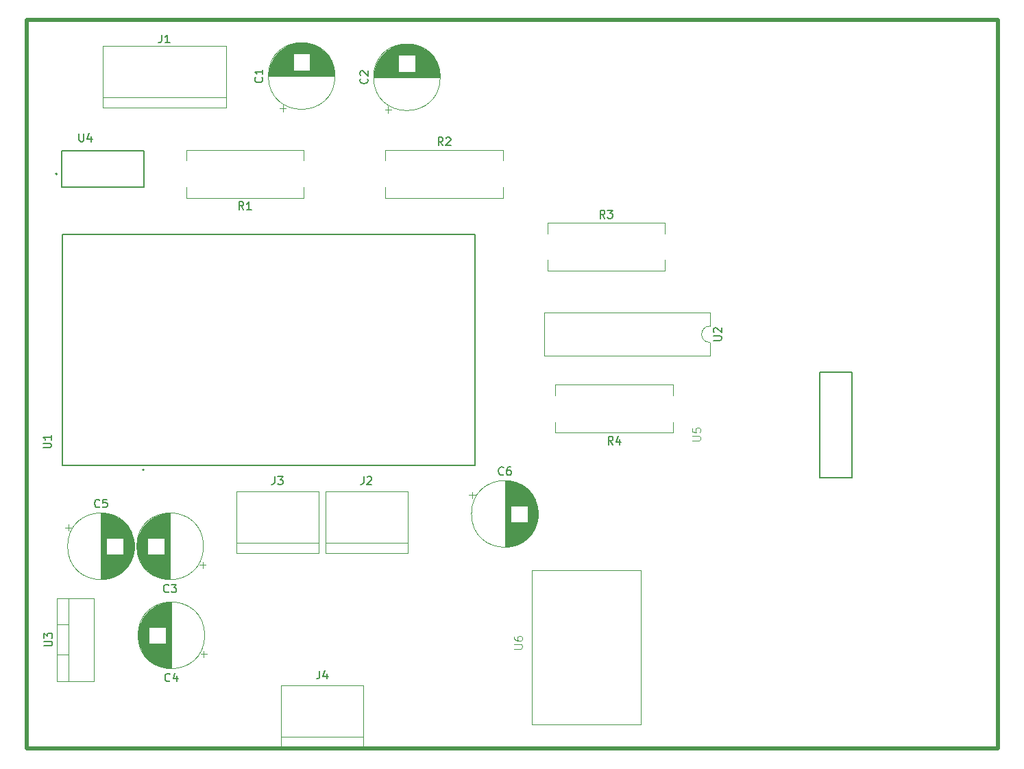
<source format=gbr>
%TF.GenerationSoftware,KiCad,Pcbnew,7.0.9*%
%TF.CreationDate,2023-12-22T15:14:44-03:00*%
%TF.ProjectId,Placa v0.1,506c6163-6120-4763-902e-312e6b696361,rev?*%
%TF.SameCoordinates,Original*%
%TF.FileFunction,Legend,Top*%
%TF.FilePolarity,Positive*%
%FSLAX46Y46*%
G04 Gerber Fmt 4.6, Leading zero omitted, Abs format (unit mm)*
G04 Created by KiCad (PCBNEW 7.0.9) date 2023-12-22 15:14:44*
%MOMM*%
%LPD*%
G01*
G04 APERTURE LIST*
%ADD10C,0.100000*%
%ADD11C,0.150000*%
%ADD12C,0.120000*%
%ADD13C,0.127000*%
%ADD14C,0.200000*%
%TA.AperFunction,Profile*%
%ADD15C,0.500000*%
%TD*%
G04 APERTURE END LIST*
D10*
X118257419Y-98661904D02*
X119066942Y-98661904D01*
X119066942Y-98661904D02*
X119162180Y-98614285D01*
X119162180Y-98614285D02*
X119209800Y-98566666D01*
X119209800Y-98566666D02*
X119257419Y-98471428D01*
X119257419Y-98471428D02*
X119257419Y-98280952D01*
X119257419Y-98280952D02*
X119209800Y-98185714D01*
X119209800Y-98185714D02*
X119162180Y-98138095D01*
X119162180Y-98138095D02*
X119066942Y-98090476D01*
X119066942Y-98090476D02*
X118257419Y-98090476D01*
X118257419Y-97185714D02*
X118257419Y-97376190D01*
X118257419Y-97376190D02*
X118305038Y-97471428D01*
X118305038Y-97471428D02*
X118352657Y-97519047D01*
X118352657Y-97519047D02*
X118495514Y-97614285D01*
X118495514Y-97614285D02*
X118685990Y-97661904D01*
X118685990Y-97661904D02*
X119066942Y-97661904D01*
X119066942Y-97661904D02*
X119162180Y-97614285D01*
X119162180Y-97614285D02*
X119209800Y-97566666D01*
X119209800Y-97566666D02*
X119257419Y-97471428D01*
X119257419Y-97471428D02*
X119257419Y-97280952D01*
X119257419Y-97280952D02*
X119209800Y-97185714D01*
X119209800Y-97185714D02*
X119162180Y-97138095D01*
X119162180Y-97138095D02*
X119066942Y-97090476D01*
X119066942Y-97090476D02*
X118828847Y-97090476D01*
X118828847Y-97090476D02*
X118733609Y-97138095D01*
X118733609Y-97138095D02*
X118685990Y-97185714D01*
X118685990Y-97185714D02*
X118638371Y-97280952D01*
X118638371Y-97280952D02*
X118638371Y-97471428D01*
X118638371Y-97471428D02*
X118685990Y-97566666D01*
X118685990Y-97566666D02*
X118733609Y-97614285D01*
X118733609Y-97614285D02*
X118828847Y-97661904D01*
D11*
X87109580Y-28069317D02*
X87157200Y-28116936D01*
X87157200Y-28116936D02*
X87204819Y-28259793D01*
X87204819Y-28259793D02*
X87204819Y-28355031D01*
X87204819Y-28355031D02*
X87157200Y-28497888D01*
X87157200Y-28497888D02*
X87061961Y-28593126D01*
X87061961Y-28593126D02*
X86966723Y-28640745D01*
X86966723Y-28640745D02*
X86776247Y-28688364D01*
X86776247Y-28688364D02*
X86633390Y-28688364D01*
X86633390Y-28688364D02*
X86442914Y-28640745D01*
X86442914Y-28640745D02*
X86347676Y-28593126D01*
X86347676Y-28593126D02*
X86252438Y-28497888D01*
X86252438Y-28497888D02*
X86204819Y-28355031D01*
X86204819Y-28355031D02*
X86204819Y-28259793D01*
X86204819Y-28259793D02*
X86252438Y-28116936D01*
X86252438Y-28116936D02*
X86300057Y-28069317D01*
X87204819Y-27116936D02*
X87204819Y-27688364D01*
X87204819Y-27402650D02*
X86204819Y-27402650D01*
X86204819Y-27402650D02*
X86347676Y-27497888D01*
X86347676Y-27497888D02*
X86442914Y-27593126D01*
X86442914Y-27593126D02*
X86490533Y-27688364D01*
X116930682Y-77109580D02*
X116883063Y-77157200D01*
X116883063Y-77157200D02*
X116740206Y-77204819D01*
X116740206Y-77204819D02*
X116644968Y-77204819D01*
X116644968Y-77204819D02*
X116502111Y-77157200D01*
X116502111Y-77157200D02*
X116406873Y-77061961D01*
X116406873Y-77061961D02*
X116359254Y-76966723D01*
X116359254Y-76966723D02*
X116311635Y-76776247D01*
X116311635Y-76776247D02*
X116311635Y-76633390D01*
X116311635Y-76633390D02*
X116359254Y-76442914D01*
X116359254Y-76442914D02*
X116406873Y-76347676D01*
X116406873Y-76347676D02*
X116502111Y-76252438D01*
X116502111Y-76252438D02*
X116644968Y-76204819D01*
X116644968Y-76204819D02*
X116740206Y-76204819D01*
X116740206Y-76204819D02*
X116883063Y-76252438D01*
X116883063Y-76252438D02*
X116930682Y-76300057D01*
X117787825Y-76204819D02*
X117597349Y-76204819D01*
X117597349Y-76204819D02*
X117502111Y-76252438D01*
X117502111Y-76252438D02*
X117454492Y-76300057D01*
X117454492Y-76300057D02*
X117359254Y-76442914D01*
X117359254Y-76442914D02*
X117311635Y-76633390D01*
X117311635Y-76633390D02*
X117311635Y-77014342D01*
X117311635Y-77014342D02*
X117359254Y-77109580D01*
X117359254Y-77109580D02*
X117406873Y-77157200D01*
X117406873Y-77157200D02*
X117502111Y-77204819D01*
X117502111Y-77204819D02*
X117692587Y-77204819D01*
X117692587Y-77204819D02*
X117787825Y-77157200D01*
X117787825Y-77157200D02*
X117835444Y-77109580D01*
X117835444Y-77109580D02*
X117883063Y-77014342D01*
X117883063Y-77014342D02*
X117883063Y-76776247D01*
X117883063Y-76776247D02*
X117835444Y-76681009D01*
X117835444Y-76681009D02*
X117787825Y-76633390D01*
X117787825Y-76633390D02*
X117692587Y-76585771D01*
X117692587Y-76585771D02*
X117502111Y-76585771D01*
X117502111Y-76585771D02*
X117406873Y-76633390D01*
X117406873Y-76633390D02*
X117359254Y-76681009D01*
X117359254Y-76681009D02*
X117311635Y-76776247D01*
X60184819Y-98301904D02*
X60994342Y-98301904D01*
X60994342Y-98301904D02*
X61089580Y-98254285D01*
X61089580Y-98254285D02*
X61137200Y-98206666D01*
X61137200Y-98206666D02*
X61184819Y-98111428D01*
X61184819Y-98111428D02*
X61184819Y-97920952D01*
X61184819Y-97920952D02*
X61137200Y-97825714D01*
X61137200Y-97825714D02*
X61089580Y-97778095D01*
X61089580Y-97778095D02*
X60994342Y-97730476D01*
X60994342Y-97730476D02*
X60184819Y-97730476D01*
X60184819Y-97349523D02*
X60184819Y-96730476D01*
X60184819Y-96730476D02*
X60565771Y-97063809D01*
X60565771Y-97063809D02*
X60565771Y-96920952D01*
X60565771Y-96920952D02*
X60613390Y-96825714D01*
X60613390Y-96825714D02*
X60661009Y-96778095D01*
X60661009Y-96778095D02*
X60756247Y-96730476D01*
X60756247Y-96730476D02*
X60994342Y-96730476D01*
X60994342Y-96730476D02*
X61089580Y-96778095D01*
X61089580Y-96778095D02*
X61137200Y-96825714D01*
X61137200Y-96825714D02*
X61184819Y-96920952D01*
X61184819Y-96920952D02*
X61184819Y-97206666D01*
X61184819Y-97206666D02*
X61137200Y-97301904D01*
X61137200Y-97301904D02*
X61089580Y-97349523D01*
X75735984Y-102609580D02*
X75688365Y-102657200D01*
X75688365Y-102657200D02*
X75545508Y-102704819D01*
X75545508Y-102704819D02*
X75450270Y-102704819D01*
X75450270Y-102704819D02*
X75307413Y-102657200D01*
X75307413Y-102657200D02*
X75212175Y-102561961D01*
X75212175Y-102561961D02*
X75164556Y-102466723D01*
X75164556Y-102466723D02*
X75116937Y-102276247D01*
X75116937Y-102276247D02*
X75116937Y-102133390D01*
X75116937Y-102133390D02*
X75164556Y-101942914D01*
X75164556Y-101942914D02*
X75212175Y-101847676D01*
X75212175Y-101847676D02*
X75307413Y-101752438D01*
X75307413Y-101752438D02*
X75450270Y-101704819D01*
X75450270Y-101704819D02*
X75545508Y-101704819D01*
X75545508Y-101704819D02*
X75688365Y-101752438D01*
X75688365Y-101752438D02*
X75735984Y-101800057D01*
X76593127Y-102038152D02*
X76593127Y-102704819D01*
X76355032Y-101657200D02*
X76116937Y-102371485D01*
X76116937Y-102371485D02*
X76735984Y-102371485D01*
X109453333Y-36484819D02*
X109120000Y-36008628D01*
X108881905Y-36484819D02*
X108881905Y-35484819D01*
X108881905Y-35484819D02*
X109262857Y-35484819D01*
X109262857Y-35484819D02*
X109358095Y-35532438D01*
X109358095Y-35532438D02*
X109405714Y-35580057D01*
X109405714Y-35580057D02*
X109453333Y-35675295D01*
X109453333Y-35675295D02*
X109453333Y-35818152D01*
X109453333Y-35818152D02*
X109405714Y-35913390D01*
X109405714Y-35913390D02*
X109358095Y-35961009D01*
X109358095Y-35961009D02*
X109262857Y-36008628D01*
X109262857Y-36008628D02*
X108881905Y-36008628D01*
X109834286Y-35580057D02*
X109881905Y-35532438D01*
X109881905Y-35532438D02*
X109977143Y-35484819D01*
X109977143Y-35484819D02*
X110215238Y-35484819D01*
X110215238Y-35484819D02*
X110310476Y-35532438D01*
X110310476Y-35532438D02*
X110358095Y-35580057D01*
X110358095Y-35580057D02*
X110405714Y-35675295D01*
X110405714Y-35675295D02*
X110405714Y-35770533D01*
X110405714Y-35770533D02*
X110358095Y-35913390D01*
X110358095Y-35913390D02*
X109786667Y-36484819D01*
X109786667Y-36484819D02*
X110405714Y-36484819D01*
X94206666Y-101374819D02*
X94206666Y-102089104D01*
X94206666Y-102089104D02*
X94159047Y-102231961D01*
X94159047Y-102231961D02*
X94063809Y-102327200D01*
X94063809Y-102327200D02*
X93920952Y-102374819D01*
X93920952Y-102374819D02*
X93825714Y-102374819D01*
X95111428Y-101708152D02*
X95111428Y-102374819D01*
X94873333Y-101327200D02*
X94635238Y-102041485D01*
X94635238Y-102041485D02*
X95254285Y-102041485D01*
X64513095Y-35009819D02*
X64513095Y-35819342D01*
X64513095Y-35819342D02*
X64560714Y-35914580D01*
X64560714Y-35914580D02*
X64608333Y-35962200D01*
X64608333Y-35962200D02*
X64703571Y-36009819D01*
X64703571Y-36009819D02*
X64894047Y-36009819D01*
X64894047Y-36009819D02*
X64989285Y-35962200D01*
X64989285Y-35962200D02*
X65036904Y-35914580D01*
X65036904Y-35914580D02*
X65084523Y-35819342D01*
X65084523Y-35819342D02*
X65084523Y-35009819D01*
X65989285Y-35343152D02*
X65989285Y-36009819D01*
X65751190Y-34962200D02*
X65513095Y-35676485D01*
X65513095Y-35676485D02*
X66132142Y-35676485D01*
X67043333Y-81109580D02*
X66995714Y-81157200D01*
X66995714Y-81157200D02*
X66852857Y-81204819D01*
X66852857Y-81204819D02*
X66757619Y-81204819D01*
X66757619Y-81204819D02*
X66614762Y-81157200D01*
X66614762Y-81157200D02*
X66519524Y-81061961D01*
X66519524Y-81061961D02*
X66471905Y-80966723D01*
X66471905Y-80966723D02*
X66424286Y-80776247D01*
X66424286Y-80776247D02*
X66424286Y-80633390D01*
X66424286Y-80633390D02*
X66471905Y-80442914D01*
X66471905Y-80442914D02*
X66519524Y-80347676D01*
X66519524Y-80347676D02*
X66614762Y-80252438D01*
X66614762Y-80252438D02*
X66757619Y-80204819D01*
X66757619Y-80204819D02*
X66852857Y-80204819D01*
X66852857Y-80204819D02*
X66995714Y-80252438D01*
X66995714Y-80252438D02*
X67043333Y-80300057D01*
X67948095Y-80204819D02*
X67471905Y-80204819D01*
X67471905Y-80204819D02*
X67424286Y-80681009D01*
X67424286Y-80681009D02*
X67471905Y-80633390D01*
X67471905Y-80633390D02*
X67567143Y-80585771D01*
X67567143Y-80585771D02*
X67805238Y-80585771D01*
X67805238Y-80585771D02*
X67900476Y-80633390D01*
X67900476Y-80633390D02*
X67948095Y-80681009D01*
X67948095Y-80681009D02*
X67995714Y-80776247D01*
X67995714Y-80776247D02*
X67995714Y-81014342D01*
X67995714Y-81014342D02*
X67948095Y-81109580D01*
X67948095Y-81109580D02*
X67900476Y-81157200D01*
X67900476Y-81157200D02*
X67805238Y-81204819D01*
X67805238Y-81204819D02*
X67567143Y-81204819D01*
X67567143Y-81204819D02*
X67471905Y-81157200D01*
X67471905Y-81157200D02*
X67424286Y-81109580D01*
X60049819Y-73836904D02*
X60859342Y-73836904D01*
X60859342Y-73836904D02*
X60954580Y-73789285D01*
X60954580Y-73789285D02*
X61002200Y-73741666D01*
X61002200Y-73741666D02*
X61049819Y-73646428D01*
X61049819Y-73646428D02*
X61049819Y-73455952D01*
X61049819Y-73455952D02*
X61002200Y-73360714D01*
X61002200Y-73360714D02*
X60954580Y-73313095D01*
X60954580Y-73313095D02*
X60859342Y-73265476D01*
X60859342Y-73265476D02*
X60049819Y-73265476D01*
X61049819Y-72265476D02*
X61049819Y-72836904D01*
X61049819Y-72551190D02*
X60049819Y-72551190D01*
X60049819Y-72551190D02*
X60192676Y-72646428D01*
X60192676Y-72646428D02*
X60287914Y-72741666D01*
X60287914Y-72741666D02*
X60335533Y-72836904D01*
X130453333Y-73424819D02*
X130120000Y-72948628D01*
X129881905Y-73424819D02*
X129881905Y-72424819D01*
X129881905Y-72424819D02*
X130262857Y-72424819D01*
X130262857Y-72424819D02*
X130358095Y-72472438D01*
X130358095Y-72472438D02*
X130405714Y-72520057D01*
X130405714Y-72520057D02*
X130453333Y-72615295D01*
X130453333Y-72615295D02*
X130453333Y-72758152D01*
X130453333Y-72758152D02*
X130405714Y-72853390D01*
X130405714Y-72853390D02*
X130358095Y-72901009D01*
X130358095Y-72901009D02*
X130262857Y-72948628D01*
X130262857Y-72948628D02*
X129881905Y-72948628D01*
X131310476Y-72758152D02*
X131310476Y-73424819D01*
X131072381Y-72377200D02*
X130834286Y-73091485D01*
X130834286Y-73091485D02*
X131453333Y-73091485D01*
X74716666Y-22804819D02*
X74716666Y-23519104D01*
X74716666Y-23519104D02*
X74669047Y-23661961D01*
X74669047Y-23661961D02*
X74573809Y-23757200D01*
X74573809Y-23757200D02*
X74430952Y-23804819D01*
X74430952Y-23804819D02*
X74335714Y-23804819D01*
X75716666Y-23804819D02*
X75145238Y-23804819D01*
X75430952Y-23804819D02*
X75430952Y-22804819D01*
X75430952Y-22804819D02*
X75335714Y-22947676D01*
X75335714Y-22947676D02*
X75240476Y-23042914D01*
X75240476Y-23042914D02*
X75145238Y-23090533D01*
X142864819Y-60571904D02*
X143674342Y-60571904D01*
X143674342Y-60571904D02*
X143769580Y-60524285D01*
X143769580Y-60524285D02*
X143817200Y-60476666D01*
X143817200Y-60476666D02*
X143864819Y-60381428D01*
X143864819Y-60381428D02*
X143864819Y-60190952D01*
X143864819Y-60190952D02*
X143817200Y-60095714D01*
X143817200Y-60095714D02*
X143769580Y-60048095D01*
X143769580Y-60048095D02*
X143674342Y-60000476D01*
X143674342Y-60000476D02*
X142864819Y-60000476D01*
X142960057Y-59571904D02*
X142912438Y-59524285D01*
X142912438Y-59524285D02*
X142864819Y-59429047D01*
X142864819Y-59429047D02*
X142864819Y-59190952D01*
X142864819Y-59190952D02*
X142912438Y-59095714D01*
X142912438Y-59095714D02*
X142960057Y-59048095D01*
X142960057Y-59048095D02*
X143055295Y-59000476D01*
X143055295Y-59000476D02*
X143150533Y-59000476D01*
X143150533Y-59000476D02*
X143293390Y-59048095D01*
X143293390Y-59048095D02*
X143864819Y-59619523D01*
X143864819Y-59619523D02*
X143864819Y-59000476D01*
X100109580Y-28221968D02*
X100157200Y-28269587D01*
X100157200Y-28269587D02*
X100204819Y-28412444D01*
X100204819Y-28412444D02*
X100204819Y-28507682D01*
X100204819Y-28507682D02*
X100157200Y-28650539D01*
X100157200Y-28650539D02*
X100061961Y-28745777D01*
X100061961Y-28745777D02*
X99966723Y-28793396D01*
X99966723Y-28793396D02*
X99776247Y-28841015D01*
X99776247Y-28841015D02*
X99633390Y-28841015D01*
X99633390Y-28841015D02*
X99442914Y-28793396D01*
X99442914Y-28793396D02*
X99347676Y-28745777D01*
X99347676Y-28745777D02*
X99252438Y-28650539D01*
X99252438Y-28650539D02*
X99204819Y-28507682D01*
X99204819Y-28507682D02*
X99204819Y-28412444D01*
X99204819Y-28412444D02*
X99252438Y-28269587D01*
X99252438Y-28269587D02*
X99300057Y-28221968D01*
X99300057Y-27841015D02*
X99252438Y-27793396D01*
X99252438Y-27793396D02*
X99204819Y-27698158D01*
X99204819Y-27698158D02*
X99204819Y-27460063D01*
X99204819Y-27460063D02*
X99252438Y-27364825D01*
X99252438Y-27364825D02*
X99300057Y-27317206D01*
X99300057Y-27317206D02*
X99395295Y-27269587D01*
X99395295Y-27269587D02*
X99490533Y-27269587D01*
X99490533Y-27269587D02*
X99633390Y-27317206D01*
X99633390Y-27317206D02*
X100204819Y-27888634D01*
X100204819Y-27888634D02*
X100204819Y-27269587D01*
X99666666Y-77374819D02*
X99666666Y-78089104D01*
X99666666Y-78089104D02*
X99619047Y-78231961D01*
X99619047Y-78231961D02*
X99523809Y-78327200D01*
X99523809Y-78327200D02*
X99380952Y-78374819D01*
X99380952Y-78374819D02*
X99285714Y-78374819D01*
X100095238Y-77470057D02*
X100142857Y-77422438D01*
X100142857Y-77422438D02*
X100238095Y-77374819D01*
X100238095Y-77374819D02*
X100476190Y-77374819D01*
X100476190Y-77374819D02*
X100571428Y-77422438D01*
X100571428Y-77422438D02*
X100619047Y-77470057D01*
X100619047Y-77470057D02*
X100666666Y-77565295D01*
X100666666Y-77565295D02*
X100666666Y-77660533D01*
X100666666Y-77660533D02*
X100619047Y-77803390D01*
X100619047Y-77803390D02*
X100047619Y-78374819D01*
X100047619Y-78374819D02*
X100666666Y-78374819D01*
X129453333Y-45484819D02*
X129120000Y-45008628D01*
X128881905Y-45484819D02*
X128881905Y-44484819D01*
X128881905Y-44484819D02*
X129262857Y-44484819D01*
X129262857Y-44484819D02*
X129358095Y-44532438D01*
X129358095Y-44532438D02*
X129405714Y-44580057D01*
X129405714Y-44580057D02*
X129453333Y-44675295D01*
X129453333Y-44675295D02*
X129453333Y-44818152D01*
X129453333Y-44818152D02*
X129405714Y-44913390D01*
X129405714Y-44913390D02*
X129358095Y-44961009D01*
X129358095Y-44961009D02*
X129262857Y-45008628D01*
X129262857Y-45008628D02*
X128881905Y-45008628D01*
X129786667Y-44484819D02*
X130405714Y-44484819D01*
X130405714Y-44484819D02*
X130072381Y-44865771D01*
X130072381Y-44865771D02*
X130215238Y-44865771D01*
X130215238Y-44865771D02*
X130310476Y-44913390D01*
X130310476Y-44913390D02*
X130358095Y-44961009D01*
X130358095Y-44961009D02*
X130405714Y-45056247D01*
X130405714Y-45056247D02*
X130405714Y-45294342D01*
X130405714Y-45294342D02*
X130358095Y-45389580D01*
X130358095Y-45389580D02*
X130310476Y-45437200D01*
X130310476Y-45437200D02*
X130215238Y-45484819D01*
X130215238Y-45484819D02*
X129929524Y-45484819D01*
X129929524Y-45484819D02*
X129834286Y-45437200D01*
X129834286Y-45437200D02*
X129786667Y-45389580D01*
X88666666Y-77374819D02*
X88666666Y-78089104D01*
X88666666Y-78089104D02*
X88619047Y-78231961D01*
X88619047Y-78231961D02*
X88523809Y-78327200D01*
X88523809Y-78327200D02*
X88380952Y-78374819D01*
X88380952Y-78374819D02*
X88285714Y-78374819D01*
X89047619Y-77374819D02*
X89666666Y-77374819D01*
X89666666Y-77374819D02*
X89333333Y-77755771D01*
X89333333Y-77755771D02*
X89476190Y-77755771D01*
X89476190Y-77755771D02*
X89571428Y-77803390D01*
X89571428Y-77803390D02*
X89619047Y-77851009D01*
X89619047Y-77851009D02*
X89666666Y-77946247D01*
X89666666Y-77946247D02*
X89666666Y-78184342D01*
X89666666Y-78184342D02*
X89619047Y-78279580D01*
X89619047Y-78279580D02*
X89571428Y-78327200D01*
X89571428Y-78327200D02*
X89476190Y-78374819D01*
X89476190Y-78374819D02*
X89190476Y-78374819D01*
X89190476Y-78374819D02*
X89095238Y-78327200D01*
X89095238Y-78327200D02*
X89047619Y-78279580D01*
X84833333Y-44424819D02*
X84500000Y-43948628D01*
X84261905Y-44424819D02*
X84261905Y-43424819D01*
X84261905Y-43424819D02*
X84642857Y-43424819D01*
X84642857Y-43424819D02*
X84738095Y-43472438D01*
X84738095Y-43472438D02*
X84785714Y-43520057D01*
X84785714Y-43520057D02*
X84833333Y-43615295D01*
X84833333Y-43615295D02*
X84833333Y-43758152D01*
X84833333Y-43758152D02*
X84785714Y-43853390D01*
X84785714Y-43853390D02*
X84738095Y-43901009D01*
X84738095Y-43901009D02*
X84642857Y-43948628D01*
X84642857Y-43948628D02*
X84261905Y-43948628D01*
X85785714Y-44424819D02*
X85214286Y-44424819D01*
X85500000Y-44424819D02*
X85500000Y-43424819D01*
X85500000Y-43424819D02*
X85404762Y-43567676D01*
X85404762Y-43567676D02*
X85309524Y-43662914D01*
X85309524Y-43662914D02*
X85214286Y-43710533D01*
X75583333Y-91609580D02*
X75535714Y-91657200D01*
X75535714Y-91657200D02*
X75392857Y-91704819D01*
X75392857Y-91704819D02*
X75297619Y-91704819D01*
X75297619Y-91704819D02*
X75154762Y-91657200D01*
X75154762Y-91657200D02*
X75059524Y-91561961D01*
X75059524Y-91561961D02*
X75011905Y-91466723D01*
X75011905Y-91466723D02*
X74964286Y-91276247D01*
X74964286Y-91276247D02*
X74964286Y-91133390D01*
X74964286Y-91133390D02*
X75011905Y-90942914D01*
X75011905Y-90942914D02*
X75059524Y-90847676D01*
X75059524Y-90847676D02*
X75154762Y-90752438D01*
X75154762Y-90752438D02*
X75297619Y-90704819D01*
X75297619Y-90704819D02*
X75392857Y-90704819D01*
X75392857Y-90704819D02*
X75535714Y-90752438D01*
X75535714Y-90752438D02*
X75583333Y-90800057D01*
X75916667Y-90704819D02*
X76535714Y-90704819D01*
X76535714Y-90704819D02*
X76202381Y-91085771D01*
X76202381Y-91085771D02*
X76345238Y-91085771D01*
X76345238Y-91085771D02*
X76440476Y-91133390D01*
X76440476Y-91133390D02*
X76488095Y-91181009D01*
X76488095Y-91181009D02*
X76535714Y-91276247D01*
X76535714Y-91276247D02*
X76535714Y-91514342D01*
X76535714Y-91514342D02*
X76488095Y-91609580D01*
X76488095Y-91609580D02*
X76440476Y-91657200D01*
X76440476Y-91657200D02*
X76345238Y-91704819D01*
X76345238Y-91704819D02*
X76059524Y-91704819D01*
X76059524Y-91704819D02*
X75964286Y-91657200D01*
X75964286Y-91657200D02*
X75916667Y-91609580D01*
D10*
X140257419Y-72936904D02*
X141066942Y-72936904D01*
X141066942Y-72936904D02*
X141162180Y-72889285D01*
X141162180Y-72889285D02*
X141209800Y-72841666D01*
X141209800Y-72841666D02*
X141257419Y-72746428D01*
X141257419Y-72746428D02*
X141257419Y-72555952D01*
X141257419Y-72555952D02*
X141209800Y-72460714D01*
X141209800Y-72460714D02*
X141162180Y-72413095D01*
X141162180Y-72413095D02*
X141066942Y-72365476D01*
X141066942Y-72365476D02*
X140257419Y-72365476D01*
X140257419Y-71413095D02*
X140257419Y-71889285D01*
X140257419Y-71889285D02*
X140733609Y-71936904D01*
X140733609Y-71936904D02*
X140685990Y-71889285D01*
X140685990Y-71889285D02*
X140638371Y-71794047D01*
X140638371Y-71794047D02*
X140638371Y-71555952D01*
X140638371Y-71555952D02*
X140685990Y-71460714D01*
X140685990Y-71460714D02*
X140733609Y-71413095D01*
X140733609Y-71413095D02*
X140828847Y-71365476D01*
X140828847Y-71365476D02*
X141066942Y-71365476D01*
X141066942Y-71365476D02*
X141162180Y-71413095D01*
X141162180Y-71413095D02*
X141209800Y-71460714D01*
X141209800Y-71460714D02*
X141257419Y-71555952D01*
X141257419Y-71555952D02*
X141257419Y-71794047D01*
X141257419Y-71794047D02*
X141209800Y-71889285D01*
X141209800Y-71889285D02*
X141162180Y-71936904D01*
%TO.C,U6*%
X120400000Y-108000000D02*
X133900000Y-108000000D01*
X133900000Y-108000000D02*
X133900000Y-89000000D01*
X133900000Y-89000000D02*
X120400000Y-89000000D01*
X120400000Y-89000000D02*
X120400000Y-108000000D01*
D12*
%TO.C,C1*%
X89685000Y-32312349D02*
X89685000Y-31512349D01*
X89285000Y-31912349D02*
X90085000Y-31912349D01*
X87920000Y-27902651D02*
X96080000Y-27902651D01*
X87920000Y-27862651D02*
X96080000Y-27862651D01*
X87920000Y-27822651D02*
X96080000Y-27822651D01*
X87921000Y-27782651D02*
X96079000Y-27782651D01*
X87923000Y-27742651D02*
X96077000Y-27742651D01*
X87924000Y-27702651D02*
X96076000Y-27702651D01*
X87926000Y-27662651D02*
X96074000Y-27662651D01*
X87929000Y-27622651D02*
X96071000Y-27622651D01*
X87932000Y-27582651D02*
X96068000Y-27582651D01*
X87935000Y-27542651D02*
X96065000Y-27542651D01*
X87939000Y-27502651D02*
X96061000Y-27502651D01*
X87943000Y-27462651D02*
X96057000Y-27462651D01*
X87948000Y-27422651D02*
X96052000Y-27422651D01*
X87952000Y-27382651D02*
X96048000Y-27382651D01*
X87958000Y-27342651D02*
X96042000Y-27342651D01*
X87963000Y-27302651D02*
X96037000Y-27302651D01*
X87970000Y-27262651D02*
X96030000Y-27262651D01*
X87976000Y-27222651D02*
X96024000Y-27222651D01*
X87983000Y-27181651D02*
X90960000Y-27181651D01*
X93040000Y-27181651D02*
X96017000Y-27181651D01*
X87990000Y-27141651D02*
X90960000Y-27141651D01*
X93040000Y-27141651D02*
X96010000Y-27141651D01*
X87998000Y-27101651D02*
X90960000Y-27101651D01*
X93040000Y-27101651D02*
X96002000Y-27101651D01*
X88006000Y-27061651D02*
X90960000Y-27061651D01*
X93040000Y-27061651D02*
X95994000Y-27061651D01*
X88015000Y-27021651D02*
X90960000Y-27021651D01*
X93040000Y-27021651D02*
X95985000Y-27021651D01*
X88024000Y-26981651D02*
X90960000Y-26981651D01*
X93040000Y-26981651D02*
X95976000Y-26981651D01*
X88033000Y-26941651D02*
X90960000Y-26941651D01*
X93040000Y-26941651D02*
X95967000Y-26941651D01*
X88043000Y-26901651D02*
X90960000Y-26901651D01*
X93040000Y-26901651D02*
X95957000Y-26901651D01*
X88053000Y-26861651D02*
X90960000Y-26861651D01*
X93040000Y-26861651D02*
X95947000Y-26861651D01*
X88064000Y-26821651D02*
X90960000Y-26821651D01*
X93040000Y-26821651D02*
X95936000Y-26821651D01*
X88075000Y-26781651D02*
X90960000Y-26781651D01*
X93040000Y-26781651D02*
X95925000Y-26781651D01*
X88086000Y-26741651D02*
X90960000Y-26741651D01*
X93040000Y-26741651D02*
X95914000Y-26741651D01*
X88098000Y-26701651D02*
X90960000Y-26701651D01*
X93040000Y-26701651D02*
X95902000Y-26701651D01*
X88111000Y-26661651D02*
X90960000Y-26661651D01*
X93040000Y-26661651D02*
X95889000Y-26661651D01*
X88123000Y-26621651D02*
X90960000Y-26621651D01*
X93040000Y-26621651D02*
X95877000Y-26621651D01*
X88137000Y-26581651D02*
X90960000Y-26581651D01*
X93040000Y-26581651D02*
X95863000Y-26581651D01*
X88150000Y-26541651D02*
X90960000Y-26541651D01*
X93040000Y-26541651D02*
X95850000Y-26541651D01*
X88165000Y-26501651D02*
X90960000Y-26501651D01*
X93040000Y-26501651D02*
X95835000Y-26501651D01*
X88179000Y-26461651D02*
X90960000Y-26461651D01*
X93040000Y-26461651D02*
X95821000Y-26461651D01*
X88195000Y-26421651D02*
X90960000Y-26421651D01*
X93040000Y-26421651D02*
X95805000Y-26421651D01*
X88210000Y-26381651D02*
X90960000Y-26381651D01*
X93040000Y-26381651D02*
X95790000Y-26381651D01*
X88226000Y-26341651D02*
X90960000Y-26341651D01*
X93040000Y-26341651D02*
X95774000Y-26341651D01*
X88243000Y-26301651D02*
X90960000Y-26301651D01*
X93040000Y-26301651D02*
X95757000Y-26301651D01*
X88260000Y-26261651D02*
X90960000Y-26261651D01*
X93040000Y-26261651D02*
X95740000Y-26261651D01*
X88278000Y-26221651D02*
X90960000Y-26221651D01*
X93040000Y-26221651D02*
X95722000Y-26221651D01*
X88296000Y-26181651D02*
X90960000Y-26181651D01*
X93040000Y-26181651D02*
X95704000Y-26181651D01*
X88314000Y-26141651D02*
X90960000Y-26141651D01*
X93040000Y-26141651D02*
X95686000Y-26141651D01*
X88334000Y-26101651D02*
X90960000Y-26101651D01*
X93040000Y-26101651D02*
X95666000Y-26101651D01*
X88353000Y-26061651D02*
X90960000Y-26061651D01*
X93040000Y-26061651D02*
X95647000Y-26061651D01*
X88373000Y-26021651D02*
X90960000Y-26021651D01*
X93040000Y-26021651D02*
X95627000Y-26021651D01*
X88394000Y-25981651D02*
X90960000Y-25981651D01*
X93040000Y-25981651D02*
X95606000Y-25981651D01*
X88416000Y-25941651D02*
X90960000Y-25941651D01*
X93040000Y-25941651D02*
X95584000Y-25941651D01*
X88438000Y-25901651D02*
X90960000Y-25901651D01*
X93040000Y-25901651D02*
X95562000Y-25901651D01*
X88460000Y-25861651D02*
X90960000Y-25861651D01*
X93040000Y-25861651D02*
X95540000Y-25861651D01*
X88483000Y-25821651D02*
X90960000Y-25821651D01*
X93040000Y-25821651D02*
X95517000Y-25821651D01*
X88507000Y-25781651D02*
X90960000Y-25781651D01*
X93040000Y-25781651D02*
X95493000Y-25781651D01*
X88531000Y-25741651D02*
X90960000Y-25741651D01*
X93040000Y-25741651D02*
X95469000Y-25741651D01*
X88556000Y-25701651D02*
X90960000Y-25701651D01*
X93040000Y-25701651D02*
X95444000Y-25701651D01*
X88582000Y-25661651D02*
X90960000Y-25661651D01*
X93040000Y-25661651D02*
X95418000Y-25661651D01*
X88608000Y-25621651D02*
X90960000Y-25621651D01*
X93040000Y-25621651D02*
X95392000Y-25621651D01*
X88635000Y-25581651D02*
X90960000Y-25581651D01*
X93040000Y-25581651D02*
X95365000Y-25581651D01*
X88662000Y-25541651D02*
X90960000Y-25541651D01*
X93040000Y-25541651D02*
X95338000Y-25541651D01*
X88691000Y-25501651D02*
X90960000Y-25501651D01*
X93040000Y-25501651D02*
X95309000Y-25501651D01*
X88720000Y-25461651D02*
X90960000Y-25461651D01*
X93040000Y-25461651D02*
X95280000Y-25461651D01*
X88750000Y-25421651D02*
X90960000Y-25421651D01*
X93040000Y-25421651D02*
X95250000Y-25421651D01*
X88780000Y-25381651D02*
X90960000Y-25381651D01*
X93040000Y-25381651D02*
X95220000Y-25381651D01*
X88811000Y-25341651D02*
X90960000Y-25341651D01*
X93040000Y-25341651D02*
X95189000Y-25341651D01*
X88844000Y-25301651D02*
X90960000Y-25301651D01*
X93040000Y-25301651D02*
X95156000Y-25301651D01*
X88876000Y-25261651D02*
X90960000Y-25261651D01*
X93040000Y-25261651D02*
X95124000Y-25261651D01*
X88910000Y-25221651D02*
X90960000Y-25221651D01*
X93040000Y-25221651D02*
X95090000Y-25221651D01*
X88945000Y-25181651D02*
X90960000Y-25181651D01*
X93040000Y-25181651D02*
X95055000Y-25181651D01*
X88981000Y-25141651D02*
X90960000Y-25141651D01*
X93040000Y-25141651D02*
X95019000Y-25141651D01*
X89017000Y-25101651D02*
X94983000Y-25101651D01*
X89055000Y-25061651D02*
X94945000Y-25061651D01*
X89093000Y-25021651D02*
X94907000Y-25021651D01*
X89133000Y-24981651D02*
X94867000Y-24981651D01*
X89174000Y-24941651D02*
X94826000Y-24941651D01*
X89216000Y-24901651D02*
X94784000Y-24901651D01*
X89259000Y-24861651D02*
X94741000Y-24861651D01*
X89303000Y-24821651D02*
X94697000Y-24821651D01*
X89349000Y-24781651D02*
X94651000Y-24781651D01*
X89396000Y-24741651D02*
X94604000Y-24741651D01*
X89444000Y-24701651D02*
X94556000Y-24701651D01*
X89495000Y-24661651D02*
X94505000Y-24661651D01*
X89546000Y-24621651D02*
X94454000Y-24621651D01*
X89600000Y-24581651D02*
X94400000Y-24581651D01*
X89655000Y-24541651D02*
X94345000Y-24541651D01*
X89713000Y-24501651D02*
X94287000Y-24501651D01*
X89772000Y-24461651D02*
X94228000Y-24461651D01*
X89834000Y-24421651D02*
X94166000Y-24421651D01*
X89898000Y-24381651D02*
X94102000Y-24381651D01*
X89966000Y-24341651D02*
X94034000Y-24341651D01*
X90036000Y-24301651D02*
X93964000Y-24301651D01*
X90110000Y-24261651D02*
X93890000Y-24261651D01*
X90187000Y-24221651D02*
X93813000Y-24221651D01*
X90269000Y-24181651D02*
X93731000Y-24181651D01*
X90355000Y-24141651D02*
X93645000Y-24141651D01*
X90448000Y-24101651D02*
X93552000Y-24101651D01*
X90547000Y-24061651D02*
X93453000Y-24061651D01*
X90654000Y-24021651D02*
X93346000Y-24021651D01*
X90771000Y-23981651D02*
X93229000Y-23981651D01*
X90902000Y-23941651D02*
X93098000Y-23941651D01*
X91052000Y-23901651D02*
X92948000Y-23901651D01*
X91232000Y-23861651D02*
X92768000Y-23861651D01*
X91467000Y-23821651D02*
X92533000Y-23821651D01*
X96120000Y-27902651D02*
G75*
G03*
X96120000Y-27902651I-4120000J0D01*
G01*
%TO.C,C6*%
X112687651Y-79685000D02*
X113487651Y-79685000D01*
X113087651Y-79285000D02*
X113087651Y-80085000D01*
X117097349Y-77920000D02*
X117097349Y-86080000D01*
X117137349Y-77920000D02*
X117137349Y-86080000D01*
X117177349Y-77920000D02*
X117177349Y-86080000D01*
X117217349Y-77921000D02*
X117217349Y-86079000D01*
X117257349Y-77923000D02*
X117257349Y-86077000D01*
X117297349Y-77924000D02*
X117297349Y-86076000D01*
X117337349Y-77926000D02*
X117337349Y-86074000D01*
X117377349Y-77929000D02*
X117377349Y-86071000D01*
X117417349Y-77932000D02*
X117417349Y-86068000D01*
X117457349Y-77935000D02*
X117457349Y-86065000D01*
X117497349Y-77939000D02*
X117497349Y-86061000D01*
X117537349Y-77943000D02*
X117537349Y-86057000D01*
X117577349Y-77948000D02*
X117577349Y-86052000D01*
X117617349Y-77952000D02*
X117617349Y-86048000D01*
X117657349Y-77958000D02*
X117657349Y-86042000D01*
X117697349Y-77963000D02*
X117697349Y-86037000D01*
X117737349Y-77970000D02*
X117737349Y-86030000D01*
X117777349Y-77976000D02*
X117777349Y-86024000D01*
X117818349Y-77983000D02*
X117818349Y-80960000D01*
X117818349Y-83040000D02*
X117818349Y-86017000D01*
X117858349Y-77990000D02*
X117858349Y-80960000D01*
X117858349Y-83040000D02*
X117858349Y-86010000D01*
X117898349Y-77998000D02*
X117898349Y-80960000D01*
X117898349Y-83040000D02*
X117898349Y-86002000D01*
X117938349Y-78006000D02*
X117938349Y-80960000D01*
X117938349Y-83040000D02*
X117938349Y-85994000D01*
X117978349Y-78015000D02*
X117978349Y-80960000D01*
X117978349Y-83040000D02*
X117978349Y-85985000D01*
X118018349Y-78024000D02*
X118018349Y-80960000D01*
X118018349Y-83040000D02*
X118018349Y-85976000D01*
X118058349Y-78033000D02*
X118058349Y-80960000D01*
X118058349Y-83040000D02*
X118058349Y-85967000D01*
X118098349Y-78043000D02*
X118098349Y-80960000D01*
X118098349Y-83040000D02*
X118098349Y-85957000D01*
X118138349Y-78053000D02*
X118138349Y-80960000D01*
X118138349Y-83040000D02*
X118138349Y-85947000D01*
X118178349Y-78064000D02*
X118178349Y-80960000D01*
X118178349Y-83040000D02*
X118178349Y-85936000D01*
X118218349Y-78075000D02*
X118218349Y-80960000D01*
X118218349Y-83040000D02*
X118218349Y-85925000D01*
X118258349Y-78086000D02*
X118258349Y-80960000D01*
X118258349Y-83040000D02*
X118258349Y-85914000D01*
X118298349Y-78098000D02*
X118298349Y-80960000D01*
X118298349Y-83040000D02*
X118298349Y-85902000D01*
X118338349Y-78111000D02*
X118338349Y-80960000D01*
X118338349Y-83040000D02*
X118338349Y-85889000D01*
X118378349Y-78123000D02*
X118378349Y-80960000D01*
X118378349Y-83040000D02*
X118378349Y-85877000D01*
X118418349Y-78137000D02*
X118418349Y-80960000D01*
X118418349Y-83040000D02*
X118418349Y-85863000D01*
X118458349Y-78150000D02*
X118458349Y-80960000D01*
X118458349Y-83040000D02*
X118458349Y-85850000D01*
X118498349Y-78165000D02*
X118498349Y-80960000D01*
X118498349Y-83040000D02*
X118498349Y-85835000D01*
X118538349Y-78179000D02*
X118538349Y-80960000D01*
X118538349Y-83040000D02*
X118538349Y-85821000D01*
X118578349Y-78195000D02*
X118578349Y-80960000D01*
X118578349Y-83040000D02*
X118578349Y-85805000D01*
X118618349Y-78210000D02*
X118618349Y-80960000D01*
X118618349Y-83040000D02*
X118618349Y-85790000D01*
X118658349Y-78226000D02*
X118658349Y-80960000D01*
X118658349Y-83040000D02*
X118658349Y-85774000D01*
X118698349Y-78243000D02*
X118698349Y-80960000D01*
X118698349Y-83040000D02*
X118698349Y-85757000D01*
X118738349Y-78260000D02*
X118738349Y-80960000D01*
X118738349Y-83040000D02*
X118738349Y-85740000D01*
X118778349Y-78278000D02*
X118778349Y-80960000D01*
X118778349Y-83040000D02*
X118778349Y-85722000D01*
X118818349Y-78296000D02*
X118818349Y-80960000D01*
X118818349Y-83040000D02*
X118818349Y-85704000D01*
X118858349Y-78314000D02*
X118858349Y-80960000D01*
X118858349Y-83040000D02*
X118858349Y-85686000D01*
X118898349Y-78334000D02*
X118898349Y-80960000D01*
X118898349Y-83040000D02*
X118898349Y-85666000D01*
X118938349Y-78353000D02*
X118938349Y-80960000D01*
X118938349Y-83040000D02*
X118938349Y-85647000D01*
X118978349Y-78373000D02*
X118978349Y-80960000D01*
X118978349Y-83040000D02*
X118978349Y-85627000D01*
X119018349Y-78394000D02*
X119018349Y-80960000D01*
X119018349Y-83040000D02*
X119018349Y-85606000D01*
X119058349Y-78416000D02*
X119058349Y-80960000D01*
X119058349Y-83040000D02*
X119058349Y-85584000D01*
X119098349Y-78438000D02*
X119098349Y-80960000D01*
X119098349Y-83040000D02*
X119098349Y-85562000D01*
X119138349Y-78460000D02*
X119138349Y-80960000D01*
X119138349Y-83040000D02*
X119138349Y-85540000D01*
X119178349Y-78483000D02*
X119178349Y-80960000D01*
X119178349Y-83040000D02*
X119178349Y-85517000D01*
X119218349Y-78507000D02*
X119218349Y-80960000D01*
X119218349Y-83040000D02*
X119218349Y-85493000D01*
X119258349Y-78531000D02*
X119258349Y-80960000D01*
X119258349Y-83040000D02*
X119258349Y-85469000D01*
X119298349Y-78556000D02*
X119298349Y-80960000D01*
X119298349Y-83040000D02*
X119298349Y-85444000D01*
X119338349Y-78582000D02*
X119338349Y-80960000D01*
X119338349Y-83040000D02*
X119338349Y-85418000D01*
X119378349Y-78608000D02*
X119378349Y-80960000D01*
X119378349Y-83040000D02*
X119378349Y-85392000D01*
X119418349Y-78635000D02*
X119418349Y-80960000D01*
X119418349Y-83040000D02*
X119418349Y-85365000D01*
X119458349Y-78662000D02*
X119458349Y-80960000D01*
X119458349Y-83040000D02*
X119458349Y-85338000D01*
X119498349Y-78691000D02*
X119498349Y-80960000D01*
X119498349Y-83040000D02*
X119498349Y-85309000D01*
X119538349Y-78720000D02*
X119538349Y-80960000D01*
X119538349Y-83040000D02*
X119538349Y-85280000D01*
X119578349Y-78750000D02*
X119578349Y-80960000D01*
X119578349Y-83040000D02*
X119578349Y-85250000D01*
X119618349Y-78780000D02*
X119618349Y-80960000D01*
X119618349Y-83040000D02*
X119618349Y-85220000D01*
X119658349Y-78811000D02*
X119658349Y-80960000D01*
X119658349Y-83040000D02*
X119658349Y-85189000D01*
X119698349Y-78844000D02*
X119698349Y-80960000D01*
X119698349Y-83040000D02*
X119698349Y-85156000D01*
X119738349Y-78876000D02*
X119738349Y-80960000D01*
X119738349Y-83040000D02*
X119738349Y-85124000D01*
X119778349Y-78910000D02*
X119778349Y-80960000D01*
X119778349Y-83040000D02*
X119778349Y-85090000D01*
X119818349Y-78945000D02*
X119818349Y-80960000D01*
X119818349Y-83040000D02*
X119818349Y-85055000D01*
X119858349Y-78981000D02*
X119858349Y-80960000D01*
X119858349Y-83040000D02*
X119858349Y-85019000D01*
X119898349Y-79017000D02*
X119898349Y-84983000D01*
X119938349Y-79055000D02*
X119938349Y-84945000D01*
X119978349Y-79093000D02*
X119978349Y-84907000D01*
X120018349Y-79133000D02*
X120018349Y-84867000D01*
X120058349Y-79174000D02*
X120058349Y-84826000D01*
X120098349Y-79216000D02*
X120098349Y-84784000D01*
X120138349Y-79259000D02*
X120138349Y-84741000D01*
X120178349Y-79303000D02*
X120178349Y-84697000D01*
X120218349Y-79349000D02*
X120218349Y-84651000D01*
X120258349Y-79396000D02*
X120258349Y-84604000D01*
X120298349Y-79444000D02*
X120298349Y-84556000D01*
X120338349Y-79495000D02*
X120338349Y-84505000D01*
X120378349Y-79546000D02*
X120378349Y-84454000D01*
X120418349Y-79600000D02*
X120418349Y-84400000D01*
X120458349Y-79655000D02*
X120458349Y-84345000D01*
X120498349Y-79713000D02*
X120498349Y-84287000D01*
X120538349Y-79772000D02*
X120538349Y-84228000D01*
X120578349Y-79834000D02*
X120578349Y-84166000D01*
X120618349Y-79898000D02*
X120618349Y-84102000D01*
X120658349Y-79966000D02*
X120658349Y-84034000D01*
X120698349Y-80036000D02*
X120698349Y-83964000D01*
X120738349Y-80110000D02*
X120738349Y-83890000D01*
X120778349Y-80187000D02*
X120778349Y-83813000D01*
X120818349Y-80269000D02*
X120818349Y-83731000D01*
X120858349Y-80355000D02*
X120858349Y-83645000D01*
X120898349Y-80448000D02*
X120898349Y-83552000D01*
X120938349Y-80547000D02*
X120938349Y-83453000D01*
X120978349Y-80654000D02*
X120978349Y-83346000D01*
X121018349Y-80771000D02*
X121018349Y-83229000D01*
X121058349Y-80902000D02*
X121058349Y-83098000D01*
X121098349Y-81052000D02*
X121098349Y-82948000D01*
X121138349Y-81232000D02*
X121138349Y-82768000D01*
X121178349Y-81467000D02*
X121178349Y-82533000D01*
X121217349Y-82000000D02*
G75*
G03*
X121217349Y-82000000I-4120000J0D01*
G01*
%TO.C,U3*%
X61730000Y-102660000D02*
X66371000Y-102660000D01*
X61730000Y-102660000D02*
X61730000Y-92420000D01*
X63240000Y-102660000D02*
X63240000Y-92420000D01*
X66371000Y-102660000D02*
X66371000Y-92420000D01*
X61730000Y-99390000D02*
X63240000Y-99390000D01*
X61730000Y-95689000D02*
X63240000Y-95689000D01*
X61730000Y-92420000D02*
X66371000Y-92420000D01*
%TO.C,C4*%
X80312349Y-99315000D02*
X79512349Y-99315000D01*
X79912349Y-99715000D02*
X79912349Y-98915000D01*
X75902651Y-101080000D02*
X75902651Y-92920000D01*
X75862651Y-101080000D02*
X75862651Y-92920000D01*
X75822651Y-101080000D02*
X75822651Y-92920000D01*
X75782651Y-101079000D02*
X75782651Y-92921000D01*
X75742651Y-101077000D02*
X75742651Y-92923000D01*
X75702651Y-101076000D02*
X75702651Y-92924000D01*
X75662651Y-101074000D02*
X75662651Y-92926000D01*
X75622651Y-101071000D02*
X75622651Y-92929000D01*
X75582651Y-101068000D02*
X75582651Y-92932000D01*
X75542651Y-101065000D02*
X75542651Y-92935000D01*
X75502651Y-101061000D02*
X75502651Y-92939000D01*
X75462651Y-101057000D02*
X75462651Y-92943000D01*
X75422651Y-101052000D02*
X75422651Y-92948000D01*
X75382651Y-101048000D02*
X75382651Y-92952000D01*
X75342651Y-101042000D02*
X75342651Y-92958000D01*
X75302651Y-101037000D02*
X75302651Y-92963000D01*
X75262651Y-101030000D02*
X75262651Y-92970000D01*
X75222651Y-101024000D02*
X75222651Y-92976000D01*
X75181651Y-101017000D02*
X75181651Y-98040000D01*
X75181651Y-95960000D02*
X75181651Y-92983000D01*
X75141651Y-101010000D02*
X75141651Y-98040000D01*
X75141651Y-95960000D02*
X75141651Y-92990000D01*
X75101651Y-101002000D02*
X75101651Y-98040000D01*
X75101651Y-95960000D02*
X75101651Y-92998000D01*
X75061651Y-100994000D02*
X75061651Y-98040000D01*
X75061651Y-95960000D02*
X75061651Y-93006000D01*
X75021651Y-100985000D02*
X75021651Y-98040000D01*
X75021651Y-95960000D02*
X75021651Y-93015000D01*
X74981651Y-100976000D02*
X74981651Y-98040000D01*
X74981651Y-95960000D02*
X74981651Y-93024000D01*
X74941651Y-100967000D02*
X74941651Y-98040000D01*
X74941651Y-95960000D02*
X74941651Y-93033000D01*
X74901651Y-100957000D02*
X74901651Y-98040000D01*
X74901651Y-95960000D02*
X74901651Y-93043000D01*
X74861651Y-100947000D02*
X74861651Y-98040000D01*
X74861651Y-95960000D02*
X74861651Y-93053000D01*
X74821651Y-100936000D02*
X74821651Y-98040000D01*
X74821651Y-95960000D02*
X74821651Y-93064000D01*
X74781651Y-100925000D02*
X74781651Y-98040000D01*
X74781651Y-95960000D02*
X74781651Y-93075000D01*
X74741651Y-100914000D02*
X74741651Y-98040000D01*
X74741651Y-95960000D02*
X74741651Y-93086000D01*
X74701651Y-100902000D02*
X74701651Y-98040000D01*
X74701651Y-95960000D02*
X74701651Y-93098000D01*
X74661651Y-100889000D02*
X74661651Y-98040000D01*
X74661651Y-95960000D02*
X74661651Y-93111000D01*
X74621651Y-100877000D02*
X74621651Y-98040000D01*
X74621651Y-95960000D02*
X74621651Y-93123000D01*
X74581651Y-100863000D02*
X74581651Y-98040000D01*
X74581651Y-95960000D02*
X74581651Y-93137000D01*
X74541651Y-100850000D02*
X74541651Y-98040000D01*
X74541651Y-95960000D02*
X74541651Y-93150000D01*
X74501651Y-100835000D02*
X74501651Y-98040000D01*
X74501651Y-95960000D02*
X74501651Y-93165000D01*
X74461651Y-100821000D02*
X74461651Y-98040000D01*
X74461651Y-95960000D02*
X74461651Y-93179000D01*
X74421651Y-100805000D02*
X74421651Y-98040000D01*
X74421651Y-95960000D02*
X74421651Y-93195000D01*
X74381651Y-100790000D02*
X74381651Y-98040000D01*
X74381651Y-95960000D02*
X74381651Y-93210000D01*
X74341651Y-100774000D02*
X74341651Y-98040000D01*
X74341651Y-95960000D02*
X74341651Y-93226000D01*
X74301651Y-100757000D02*
X74301651Y-98040000D01*
X74301651Y-95960000D02*
X74301651Y-93243000D01*
X74261651Y-100740000D02*
X74261651Y-98040000D01*
X74261651Y-95960000D02*
X74261651Y-93260000D01*
X74221651Y-100722000D02*
X74221651Y-98040000D01*
X74221651Y-95960000D02*
X74221651Y-93278000D01*
X74181651Y-100704000D02*
X74181651Y-98040000D01*
X74181651Y-95960000D02*
X74181651Y-93296000D01*
X74141651Y-100686000D02*
X74141651Y-98040000D01*
X74141651Y-95960000D02*
X74141651Y-93314000D01*
X74101651Y-100666000D02*
X74101651Y-98040000D01*
X74101651Y-95960000D02*
X74101651Y-93334000D01*
X74061651Y-100647000D02*
X74061651Y-98040000D01*
X74061651Y-95960000D02*
X74061651Y-93353000D01*
X74021651Y-100627000D02*
X74021651Y-98040000D01*
X74021651Y-95960000D02*
X74021651Y-93373000D01*
X73981651Y-100606000D02*
X73981651Y-98040000D01*
X73981651Y-95960000D02*
X73981651Y-93394000D01*
X73941651Y-100584000D02*
X73941651Y-98040000D01*
X73941651Y-95960000D02*
X73941651Y-93416000D01*
X73901651Y-100562000D02*
X73901651Y-98040000D01*
X73901651Y-95960000D02*
X73901651Y-93438000D01*
X73861651Y-100540000D02*
X73861651Y-98040000D01*
X73861651Y-95960000D02*
X73861651Y-93460000D01*
X73821651Y-100517000D02*
X73821651Y-98040000D01*
X73821651Y-95960000D02*
X73821651Y-93483000D01*
X73781651Y-100493000D02*
X73781651Y-98040000D01*
X73781651Y-95960000D02*
X73781651Y-93507000D01*
X73741651Y-100469000D02*
X73741651Y-98040000D01*
X73741651Y-95960000D02*
X73741651Y-93531000D01*
X73701651Y-100444000D02*
X73701651Y-98040000D01*
X73701651Y-95960000D02*
X73701651Y-93556000D01*
X73661651Y-100418000D02*
X73661651Y-98040000D01*
X73661651Y-95960000D02*
X73661651Y-93582000D01*
X73621651Y-100392000D02*
X73621651Y-98040000D01*
X73621651Y-95960000D02*
X73621651Y-93608000D01*
X73581651Y-100365000D02*
X73581651Y-98040000D01*
X73581651Y-95960000D02*
X73581651Y-93635000D01*
X73541651Y-100338000D02*
X73541651Y-98040000D01*
X73541651Y-95960000D02*
X73541651Y-93662000D01*
X73501651Y-100309000D02*
X73501651Y-98040000D01*
X73501651Y-95960000D02*
X73501651Y-93691000D01*
X73461651Y-100280000D02*
X73461651Y-98040000D01*
X73461651Y-95960000D02*
X73461651Y-93720000D01*
X73421651Y-100250000D02*
X73421651Y-98040000D01*
X73421651Y-95960000D02*
X73421651Y-93750000D01*
X73381651Y-100220000D02*
X73381651Y-98040000D01*
X73381651Y-95960000D02*
X73381651Y-93780000D01*
X73341651Y-100189000D02*
X73341651Y-98040000D01*
X73341651Y-95960000D02*
X73341651Y-93811000D01*
X73301651Y-100156000D02*
X73301651Y-98040000D01*
X73301651Y-95960000D02*
X73301651Y-93844000D01*
X73261651Y-100124000D02*
X73261651Y-98040000D01*
X73261651Y-95960000D02*
X73261651Y-93876000D01*
X73221651Y-100090000D02*
X73221651Y-98040000D01*
X73221651Y-95960000D02*
X73221651Y-93910000D01*
X73181651Y-100055000D02*
X73181651Y-98040000D01*
X73181651Y-95960000D02*
X73181651Y-93945000D01*
X73141651Y-100019000D02*
X73141651Y-98040000D01*
X73141651Y-95960000D02*
X73141651Y-93981000D01*
X73101651Y-99983000D02*
X73101651Y-94017000D01*
X73061651Y-99945000D02*
X73061651Y-94055000D01*
X73021651Y-99907000D02*
X73021651Y-94093000D01*
X72981651Y-99867000D02*
X72981651Y-94133000D01*
X72941651Y-99826000D02*
X72941651Y-94174000D01*
X72901651Y-99784000D02*
X72901651Y-94216000D01*
X72861651Y-99741000D02*
X72861651Y-94259000D01*
X72821651Y-99697000D02*
X72821651Y-94303000D01*
X72781651Y-99651000D02*
X72781651Y-94349000D01*
X72741651Y-99604000D02*
X72741651Y-94396000D01*
X72701651Y-99556000D02*
X72701651Y-94444000D01*
X72661651Y-99505000D02*
X72661651Y-94495000D01*
X72621651Y-99454000D02*
X72621651Y-94546000D01*
X72581651Y-99400000D02*
X72581651Y-94600000D01*
X72541651Y-99345000D02*
X72541651Y-94655000D01*
X72501651Y-99287000D02*
X72501651Y-94713000D01*
X72461651Y-99228000D02*
X72461651Y-94772000D01*
X72421651Y-99166000D02*
X72421651Y-94834000D01*
X72381651Y-99102000D02*
X72381651Y-94898000D01*
X72341651Y-99034000D02*
X72341651Y-94966000D01*
X72301651Y-98964000D02*
X72301651Y-95036000D01*
X72261651Y-98890000D02*
X72261651Y-95110000D01*
X72221651Y-98813000D02*
X72221651Y-95187000D01*
X72181651Y-98731000D02*
X72181651Y-95269000D01*
X72141651Y-98645000D02*
X72141651Y-95355000D01*
X72101651Y-98552000D02*
X72101651Y-95448000D01*
X72061651Y-98453000D02*
X72061651Y-95547000D01*
X72021651Y-98346000D02*
X72021651Y-95654000D01*
X71981651Y-98229000D02*
X71981651Y-95771000D01*
X71941651Y-98098000D02*
X71941651Y-95902000D01*
X71901651Y-97948000D02*
X71901651Y-96052000D01*
X71861651Y-97768000D02*
X71861651Y-96232000D01*
X71821651Y-97533000D02*
X71821651Y-96467000D01*
X80022651Y-97000000D02*
G75*
G03*
X80022651Y-97000000I-4120000J0D01*
G01*
%TO.C,R2*%
X102350000Y-37030000D02*
X116890000Y-37030000D01*
X102350000Y-38360000D02*
X102350000Y-37030000D01*
X102350000Y-41640000D02*
X102350000Y-42970000D01*
X102350000Y-42970000D02*
X116890000Y-42970000D01*
X116890000Y-37030000D02*
X116890000Y-38360000D01*
X116890000Y-42970000D02*
X116890000Y-41640000D01*
%TO.C,J4*%
X89460000Y-103190000D02*
X89460000Y-110810000D01*
X89460000Y-110810000D02*
X99620000Y-110810000D01*
X99620000Y-103190000D02*
X89460000Y-103190000D01*
X99620000Y-109540000D02*
X89460000Y-109540000D01*
X99620000Y-110810000D02*
X99620000Y-103190000D01*
D13*
%TO.C,U4*%
X62350000Y-37145000D02*
X72550000Y-37145000D01*
X62350000Y-41645000D02*
X62350000Y-37145000D01*
X72550000Y-37145000D02*
X72550000Y-41645000D01*
X72550000Y-41645000D02*
X62350000Y-41645000D01*
D14*
X61800000Y-40000000D02*
G75*
G03*
X61800000Y-40000000I-100000J0D01*
G01*
D12*
%TO.C,C5*%
X62800302Y-83685000D02*
X63600302Y-83685000D01*
X63200302Y-83285000D02*
X63200302Y-84085000D01*
X67210000Y-81920000D02*
X67210000Y-90080000D01*
X67250000Y-81920000D02*
X67250000Y-90080000D01*
X67290000Y-81920000D02*
X67290000Y-90080000D01*
X67330000Y-81921000D02*
X67330000Y-90079000D01*
X67370000Y-81923000D02*
X67370000Y-90077000D01*
X67410000Y-81924000D02*
X67410000Y-90076000D01*
X67450000Y-81926000D02*
X67450000Y-90074000D01*
X67490000Y-81929000D02*
X67490000Y-90071000D01*
X67530000Y-81932000D02*
X67530000Y-90068000D01*
X67570000Y-81935000D02*
X67570000Y-90065000D01*
X67610000Y-81939000D02*
X67610000Y-90061000D01*
X67650000Y-81943000D02*
X67650000Y-90057000D01*
X67690000Y-81948000D02*
X67690000Y-90052000D01*
X67730000Y-81952000D02*
X67730000Y-90048000D01*
X67770000Y-81958000D02*
X67770000Y-90042000D01*
X67810000Y-81963000D02*
X67810000Y-90037000D01*
X67850000Y-81970000D02*
X67850000Y-90030000D01*
X67890000Y-81976000D02*
X67890000Y-90024000D01*
X67931000Y-81983000D02*
X67931000Y-84960000D01*
X67931000Y-87040000D02*
X67931000Y-90017000D01*
X67971000Y-81990000D02*
X67971000Y-84960000D01*
X67971000Y-87040000D02*
X67971000Y-90010000D01*
X68011000Y-81998000D02*
X68011000Y-84960000D01*
X68011000Y-87040000D02*
X68011000Y-90002000D01*
X68051000Y-82006000D02*
X68051000Y-84960000D01*
X68051000Y-87040000D02*
X68051000Y-89994000D01*
X68091000Y-82015000D02*
X68091000Y-84960000D01*
X68091000Y-87040000D02*
X68091000Y-89985000D01*
X68131000Y-82024000D02*
X68131000Y-84960000D01*
X68131000Y-87040000D02*
X68131000Y-89976000D01*
X68171000Y-82033000D02*
X68171000Y-84960000D01*
X68171000Y-87040000D02*
X68171000Y-89967000D01*
X68211000Y-82043000D02*
X68211000Y-84960000D01*
X68211000Y-87040000D02*
X68211000Y-89957000D01*
X68251000Y-82053000D02*
X68251000Y-84960000D01*
X68251000Y-87040000D02*
X68251000Y-89947000D01*
X68291000Y-82064000D02*
X68291000Y-84960000D01*
X68291000Y-87040000D02*
X68291000Y-89936000D01*
X68331000Y-82075000D02*
X68331000Y-84960000D01*
X68331000Y-87040000D02*
X68331000Y-89925000D01*
X68371000Y-82086000D02*
X68371000Y-84960000D01*
X68371000Y-87040000D02*
X68371000Y-89914000D01*
X68411000Y-82098000D02*
X68411000Y-84960000D01*
X68411000Y-87040000D02*
X68411000Y-89902000D01*
X68451000Y-82111000D02*
X68451000Y-84960000D01*
X68451000Y-87040000D02*
X68451000Y-89889000D01*
X68491000Y-82123000D02*
X68491000Y-84960000D01*
X68491000Y-87040000D02*
X68491000Y-89877000D01*
X68531000Y-82137000D02*
X68531000Y-84960000D01*
X68531000Y-87040000D02*
X68531000Y-89863000D01*
X68571000Y-82150000D02*
X68571000Y-84960000D01*
X68571000Y-87040000D02*
X68571000Y-89850000D01*
X68611000Y-82165000D02*
X68611000Y-84960000D01*
X68611000Y-87040000D02*
X68611000Y-89835000D01*
X68651000Y-82179000D02*
X68651000Y-84960000D01*
X68651000Y-87040000D02*
X68651000Y-89821000D01*
X68691000Y-82195000D02*
X68691000Y-84960000D01*
X68691000Y-87040000D02*
X68691000Y-89805000D01*
X68731000Y-82210000D02*
X68731000Y-84960000D01*
X68731000Y-87040000D02*
X68731000Y-89790000D01*
X68771000Y-82226000D02*
X68771000Y-84960000D01*
X68771000Y-87040000D02*
X68771000Y-89774000D01*
X68811000Y-82243000D02*
X68811000Y-84960000D01*
X68811000Y-87040000D02*
X68811000Y-89757000D01*
X68851000Y-82260000D02*
X68851000Y-84960000D01*
X68851000Y-87040000D02*
X68851000Y-89740000D01*
X68891000Y-82278000D02*
X68891000Y-84960000D01*
X68891000Y-87040000D02*
X68891000Y-89722000D01*
X68931000Y-82296000D02*
X68931000Y-84960000D01*
X68931000Y-87040000D02*
X68931000Y-89704000D01*
X68971000Y-82314000D02*
X68971000Y-84960000D01*
X68971000Y-87040000D02*
X68971000Y-89686000D01*
X69011000Y-82334000D02*
X69011000Y-84960000D01*
X69011000Y-87040000D02*
X69011000Y-89666000D01*
X69051000Y-82353000D02*
X69051000Y-84960000D01*
X69051000Y-87040000D02*
X69051000Y-89647000D01*
X69091000Y-82373000D02*
X69091000Y-84960000D01*
X69091000Y-87040000D02*
X69091000Y-89627000D01*
X69131000Y-82394000D02*
X69131000Y-84960000D01*
X69131000Y-87040000D02*
X69131000Y-89606000D01*
X69171000Y-82416000D02*
X69171000Y-84960000D01*
X69171000Y-87040000D02*
X69171000Y-89584000D01*
X69211000Y-82438000D02*
X69211000Y-84960000D01*
X69211000Y-87040000D02*
X69211000Y-89562000D01*
X69251000Y-82460000D02*
X69251000Y-84960000D01*
X69251000Y-87040000D02*
X69251000Y-89540000D01*
X69291000Y-82483000D02*
X69291000Y-84960000D01*
X69291000Y-87040000D02*
X69291000Y-89517000D01*
X69331000Y-82507000D02*
X69331000Y-84960000D01*
X69331000Y-87040000D02*
X69331000Y-89493000D01*
X69371000Y-82531000D02*
X69371000Y-84960000D01*
X69371000Y-87040000D02*
X69371000Y-89469000D01*
X69411000Y-82556000D02*
X69411000Y-84960000D01*
X69411000Y-87040000D02*
X69411000Y-89444000D01*
X69451000Y-82582000D02*
X69451000Y-84960000D01*
X69451000Y-87040000D02*
X69451000Y-89418000D01*
X69491000Y-82608000D02*
X69491000Y-84960000D01*
X69491000Y-87040000D02*
X69491000Y-89392000D01*
X69531000Y-82635000D02*
X69531000Y-84960000D01*
X69531000Y-87040000D02*
X69531000Y-89365000D01*
X69571000Y-82662000D02*
X69571000Y-84960000D01*
X69571000Y-87040000D02*
X69571000Y-89338000D01*
X69611000Y-82691000D02*
X69611000Y-84960000D01*
X69611000Y-87040000D02*
X69611000Y-89309000D01*
X69651000Y-82720000D02*
X69651000Y-84960000D01*
X69651000Y-87040000D02*
X69651000Y-89280000D01*
X69691000Y-82750000D02*
X69691000Y-84960000D01*
X69691000Y-87040000D02*
X69691000Y-89250000D01*
X69731000Y-82780000D02*
X69731000Y-84960000D01*
X69731000Y-87040000D02*
X69731000Y-89220000D01*
X69771000Y-82811000D02*
X69771000Y-84960000D01*
X69771000Y-87040000D02*
X69771000Y-89189000D01*
X69811000Y-82844000D02*
X69811000Y-84960000D01*
X69811000Y-87040000D02*
X69811000Y-89156000D01*
X69851000Y-82876000D02*
X69851000Y-84960000D01*
X69851000Y-87040000D02*
X69851000Y-89124000D01*
X69891000Y-82910000D02*
X69891000Y-84960000D01*
X69891000Y-87040000D02*
X69891000Y-89090000D01*
X69931000Y-82945000D02*
X69931000Y-84960000D01*
X69931000Y-87040000D02*
X69931000Y-89055000D01*
X69971000Y-82981000D02*
X69971000Y-84960000D01*
X69971000Y-87040000D02*
X69971000Y-89019000D01*
X70011000Y-83017000D02*
X70011000Y-88983000D01*
X70051000Y-83055000D02*
X70051000Y-88945000D01*
X70091000Y-83093000D02*
X70091000Y-88907000D01*
X70131000Y-83133000D02*
X70131000Y-88867000D01*
X70171000Y-83174000D02*
X70171000Y-88826000D01*
X70211000Y-83216000D02*
X70211000Y-88784000D01*
X70251000Y-83259000D02*
X70251000Y-88741000D01*
X70291000Y-83303000D02*
X70291000Y-88697000D01*
X70331000Y-83349000D02*
X70331000Y-88651000D01*
X70371000Y-83396000D02*
X70371000Y-88604000D01*
X70411000Y-83444000D02*
X70411000Y-88556000D01*
X70451000Y-83495000D02*
X70451000Y-88505000D01*
X70491000Y-83546000D02*
X70491000Y-88454000D01*
X70531000Y-83600000D02*
X70531000Y-88400000D01*
X70571000Y-83655000D02*
X70571000Y-88345000D01*
X70611000Y-83713000D02*
X70611000Y-88287000D01*
X70651000Y-83772000D02*
X70651000Y-88228000D01*
X70691000Y-83834000D02*
X70691000Y-88166000D01*
X70731000Y-83898000D02*
X70731000Y-88102000D01*
X70771000Y-83966000D02*
X70771000Y-88034000D01*
X70811000Y-84036000D02*
X70811000Y-87964000D01*
X70851000Y-84110000D02*
X70851000Y-87890000D01*
X70891000Y-84187000D02*
X70891000Y-87813000D01*
X70931000Y-84269000D02*
X70931000Y-87731000D01*
X70971000Y-84355000D02*
X70971000Y-87645000D01*
X71011000Y-84448000D02*
X71011000Y-87552000D01*
X71051000Y-84547000D02*
X71051000Y-87453000D01*
X71091000Y-84654000D02*
X71091000Y-87346000D01*
X71131000Y-84771000D02*
X71131000Y-87229000D01*
X71171000Y-84902000D02*
X71171000Y-87098000D01*
X71211000Y-85052000D02*
X71211000Y-86948000D01*
X71251000Y-85232000D02*
X71251000Y-86768000D01*
X71291000Y-85467000D02*
X71291000Y-86533000D01*
X71330000Y-86000000D02*
G75*
G03*
X71330000Y-86000000I-4120000J0D01*
G01*
D13*
%TO.C,U1*%
X62480000Y-76000000D02*
X62480000Y-64931000D01*
X62480000Y-76000000D02*
X62480000Y-47490000D01*
X113430000Y-76000000D02*
X62480000Y-76000000D01*
X113430000Y-76000000D02*
X62480000Y-76000000D01*
X113430000Y-76000000D02*
X113430000Y-70630000D01*
X113430000Y-70630000D02*
X113430000Y-52940000D01*
X62480000Y-64931000D02*
X62480000Y-58220000D01*
X62480000Y-58220000D02*
X62480000Y-47490000D01*
X113430000Y-52940000D02*
X113430000Y-47490000D01*
X62480000Y-47490000D02*
X113430000Y-47490000D01*
X62480000Y-47490000D02*
X113430000Y-47490000D01*
X113430000Y-47490000D02*
X113430000Y-76000000D01*
D14*
X72540000Y-76570000D02*
G75*
G03*
X72540000Y-76570000I-100000J0D01*
G01*
D12*
%TO.C,R4*%
X137890000Y-71970000D02*
X123350000Y-71970000D01*
X137890000Y-70640000D02*
X137890000Y-71970000D01*
X137890000Y-67360000D02*
X137890000Y-66030000D01*
X137890000Y-66030000D02*
X123350000Y-66030000D01*
X123350000Y-71970000D02*
X123350000Y-70640000D01*
X123350000Y-66030000D02*
X123350000Y-67360000D01*
%TO.C,J1*%
X67460000Y-24190000D02*
X82700000Y-24190000D01*
X67460000Y-30540000D02*
X82700000Y-30540000D01*
X67460000Y-31810000D02*
X67460000Y-24190000D01*
X67460000Y-31810000D02*
X82700000Y-31810000D01*
X82700000Y-31810000D02*
X82700000Y-24190000D01*
%TO.C,U2*%
X142410000Y-57160000D02*
X121970000Y-57160000D01*
X121970000Y-57160000D02*
X121970000Y-62460000D01*
X142410000Y-58810000D02*
X142410000Y-57160000D01*
X142410000Y-62460000D02*
X142410000Y-60810000D01*
X121970000Y-62460000D02*
X142410000Y-62460000D01*
X142410000Y-58810000D02*
G75*
G03*
X142410000Y-60810000I0J-1000000D01*
G01*
%TO.C,C2*%
X102685000Y-32465000D02*
X102685000Y-31665000D01*
X102285000Y-32065000D02*
X103085000Y-32065000D01*
X100920000Y-28055302D02*
X109080000Y-28055302D01*
X100920000Y-28015302D02*
X109080000Y-28015302D01*
X100920000Y-27975302D02*
X109080000Y-27975302D01*
X100921000Y-27935302D02*
X109079000Y-27935302D01*
X100923000Y-27895302D02*
X109077000Y-27895302D01*
X100924000Y-27855302D02*
X109076000Y-27855302D01*
X100926000Y-27815302D02*
X109074000Y-27815302D01*
X100929000Y-27775302D02*
X109071000Y-27775302D01*
X100932000Y-27735302D02*
X109068000Y-27735302D01*
X100935000Y-27695302D02*
X109065000Y-27695302D01*
X100939000Y-27655302D02*
X109061000Y-27655302D01*
X100943000Y-27615302D02*
X109057000Y-27615302D01*
X100948000Y-27575302D02*
X109052000Y-27575302D01*
X100952000Y-27535302D02*
X109048000Y-27535302D01*
X100958000Y-27495302D02*
X109042000Y-27495302D01*
X100963000Y-27455302D02*
X109037000Y-27455302D01*
X100970000Y-27415302D02*
X109030000Y-27415302D01*
X100976000Y-27375302D02*
X109024000Y-27375302D01*
X100983000Y-27334302D02*
X103960000Y-27334302D01*
X106040000Y-27334302D02*
X109017000Y-27334302D01*
X100990000Y-27294302D02*
X103960000Y-27294302D01*
X106040000Y-27294302D02*
X109010000Y-27294302D01*
X100998000Y-27254302D02*
X103960000Y-27254302D01*
X106040000Y-27254302D02*
X109002000Y-27254302D01*
X101006000Y-27214302D02*
X103960000Y-27214302D01*
X106040000Y-27214302D02*
X108994000Y-27214302D01*
X101015000Y-27174302D02*
X103960000Y-27174302D01*
X106040000Y-27174302D02*
X108985000Y-27174302D01*
X101024000Y-27134302D02*
X103960000Y-27134302D01*
X106040000Y-27134302D02*
X108976000Y-27134302D01*
X101033000Y-27094302D02*
X103960000Y-27094302D01*
X106040000Y-27094302D02*
X108967000Y-27094302D01*
X101043000Y-27054302D02*
X103960000Y-27054302D01*
X106040000Y-27054302D02*
X108957000Y-27054302D01*
X101053000Y-27014302D02*
X103960000Y-27014302D01*
X106040000Y-27014302D02*
X108947000Y-27014302D01*
X101064000Y-26974302D02*
X103960000Y-26974302D01*
X106040000Y-26974302D02*
X108936000Y-26974302D01*
X101075000Y-26934302D02*
X103960000Y-26934302D01*
X106040000Y-26934302D02*
X108925000Y-26934302D01*
X101086000Y-26894302D02*
X103960000Y-26894302D01*
X106040000Y-26894302D02*
X108914000Y-26894302D01*
X101098000Y-26854302D02*
X103960000Y-26854302D01*
X106040000Y-26854302D02*
X108902000Y-26854302D01*
X101111000Y-26814302D02*
X103960000Y-26814302D01*
X106040000Y-26814302D02*
X108889000Y-26814302D01*
X101123000Y-26774302D02*
X103960000Y-26774302D01*
X106040000Y-26774302D02*
X108877000Y-26774302D01*
X101137000Y-26734302D02*
X103960000Y-26734302D01*
X106040000Y-26734302D02*
X108863000Y-26734302D01*
X101150000Y-26694302D02*
X103960000Y-26694302D01*
X106040000Y-26694302D02*
X108850000Y-26694302D01*
X101165000Y-26654302D02*
X103960000Y-26654302D01*
X106040000Y-26654302D02*
X108835000Y-26654302D01*
X101179000Y-26614302D02*
X103960000Y-26614302D01*
X106040000Y-26614302D02*
X108821000Y-26614302D01*
X101195000Y-26574302D02*
X103960000Y-26574302D01*
X106040000Y-26574302D02*
X108805000Y-26574302D01*
X101210000Y-26534302D02*
X103960000Y-26534302D01*
X106040000Y-26534302D02*
X108790000Y-26534302D01*
X101226000Y-26494302D02*
X103960000Y-26494302D01*
X106040000Y-26494302D02*
X108774000Y-26494302D01*
X101243000Y-26454302D02*
X103960000Y-26454302D01*
X106040000Y-26454302D02*
X108757000Y-26454302D01*
X101260000Y-26414302D02*
X103960000Y-26414302D01*
X106040000Y-26414302D02*
X108740000Y-26414302D01*
X101278000Y-26374302D02*
X103960000Y-26374302D01*
X106040000Y-26374302D02*
X108722000Y-26374302D01*
X101296000Y-26334302D02*
X103960000Y-26334302D01*
X106040000Y-26334302D02*
X108704000Y-26334302D01*
X101314000Y-26294302D02*
X103960000Y-26294302D01*
X106040000Y-26294302D02*
X108686000Y-26294302D01*
X101334000Y-26254302D02*
X103960000Y-26254302D01*
X106040000Y-26254302D02*
X108666000Y-26254302D01*
X101353000Y-26214302D02*
X103960000Y-26214302D01*
X106040000Y-26214302D02*
X108647000Y-26214302D01*
X101373000Y-26174302D02*
X103960000Y-26174302D01*
X106040000Y-26174302D02*
X108627000Y-26174302D01*
X101394000Y-26134302D02*
X103960000Y-26134302D01*
X106040000Y-26134302D02*
X108606000Y-26134302D01*
X101416000Y-26094302D02*
X103960000Y-26094302D01*
X106040000Y-26094302D02*
X108584000Y-26094302D01*
X101438000Y-26054302D02*
X103960000Y-26054302D01*
X106040000Y-26054302D02*
X108562000Y-26054302D01*
X101460000Y-26014302D02*
X103960000Y-26014302D01*
X106040000Y-26014302D02*
X108540000Y-26014302D01*
X101483000Y-25974302D02*
X103960000Y-25974302D01*
X106040000Y-25974302D02*
X108517000Y-25974302D01*
X101507000Y-25934302D02*
X103960000Y-25934302D01*
X106040000Y-25934302D02*
X108493000Y-25934302D01*
X101531000Y-25894302D02*
X103960000Y-25894302D01*
X106040000Y-25894302D02*
X108469000Y-25894302D01*
X101556000Y-25854302D02*
X103960000Y-25854302D01*
X106040000Y-25854302D02*
X108444000Y-25854302D01*
X101582000Y-25814302D02*
X103960000Y-25814302D01*
X106040000Y-25814302D02*
X108418000Y-25814302D01*
X101608000Y-25774302D02*
X103960000Y-25774302D01*
X106040000Y-25774302D02*
X108392000Y-25774302D01*
X101635000Y-25734302D02*
X103960000Y-25734302D01*
X106040000Y-25734302D02*
X108365000Y-25734302D01*
X101662000Y-25694302D02*
X103960000Y-25694302D01*
X106040000Y-25694302D02*
X108338000Y-25694302D01*
X101691000Y-25654302D02*
X103960000Y-25654302D01*
X106040000Y-25654302D02*
X108309000Y-25654302D01*
X101720000Y-25614302D02*
X103960000Y-25614302D01*
X106040000Y-25614302D02*
X108280000Y-25614302D01*
X101750000Y-25574302D02*
X103960000Y-25574302D01*
X106040000Y-25574302D02*
X108250000Y-25574302D01*
X101780000Y-25534302D02*
X103960000Y-25534302D01*
X106040000Y-25534302D02*
X108220000Y-25534302D01*
X101811000Y-25494302D02*
X103960000Y-25494302D01*
X106040000Y-25494302D02*
X108189000Y-25494302D01*
X101844000Y-25454302D02*
X103960000Y-25454302D01*
X106040000Y-25454302D02*
X108156000Y-25454302D01*
X101876000Y-25414302D02*
X103960000Y-25414302D01*
X106040000Y-25414302D02*
X108124000Y-25414302D01*
X101910000Y-25374302D02*
X103960000Y-25374302D01*
X106040000Y-25374302D02*
X108090000Y-25374302D01*
X101945000Y-25334302D02*
X103960000Y-25334302D01*
X106040000Y-25334302D02*
X108055000Y-25334302D01*
X101981000Y-25294302D02*
X103960000Y-25294302D01*
X106040000Y-25294302D02*
X108019000Y-25294302D01*
X102017000Y-25254302D02*
X107983000Y-25254302D01*
X102055000Y-25214302D02*
X107945000Y-25214302D01*
X102093000Y-25174302D02*
X107907000Y-25174302D01*
X102133000Y-25134302D02*
X107867000Y-25134302D01*
X102174000Y-25094302D02*
X107826000Y-25094302D01*
X102216000Y-25054302D02*
X107784000Y-25054302D01*
X102259000Y-25014302D02*
X107741000Y-25014302D01*
X102303000Y-24974302D02*
X107697000Y-24974302D01*
X102349000Y-24934302D02*
X107651000Y-24934302D01*
X102396000Y-24894302D02*
X107604000Y-24894302D01*
X102444000Y-24854302D02*
X107556000Y-24854302D01*
X102495000Y-24814302D02*
X107505000Y-24814302D01*
X102546000Y-24774302D02*
X107454000Y-24774302D01*
X102600000Y-24734302D02*
X107400000Y-24734302D01*
X102655000Y-24694302D02*
X107345000Y-24694302D01*
X102713000Y-24654302D02*
X107287000Y-24654302D01*
X102772000Y-24614302D02*
X107228000Y-24614302D01*
X102834000Y-24574302D02*
X107166000Y-24574302D01*
X102898000Y-24534302D02*
X107102000Y-24534302D01*
X102966000Y-24494302D02*
X107034000Y-24494302D01*
X103036000Y-24454302D02*
X106964000Y-24454302D01*
X103110000Y-24414302D02*
X106890000Y-24414302D01*
X103187000Y-24374302D02*
X106813000Y-24374302D01*
X103269000Y-24334302D02*
X106731000Y-24334302D01*
X103355000Y-24294302D02*
X106645000Y-24294302D01*
X103448000Y-24254302D02*
X106552000Y-24254302D01*
X103547000Y-24214302D02*
X106453000Y-24214302D01*
X103654000Y-24174302D02*
X106346000Y-24174302D01*
X103771000Y-24134302D02*
X106229000Y-24134302D01*
X103902000Y-24094302D02*
X106098000Y-24094302D01*
X104052000Y-24054302D02*
X105948000Y-24054302D01*
X104232000Y-24014302D02*
X105768000Y-24014302D01*
X104467000Y-23974302D02*
X105533000Y-23974302D01*
X109120000Y-28055302D02*
G75*
G03*
X109120000Y-28055302I-4120000J0D01*
G01*
%TO.C,J2*%
X94920000Y-79190000D02*
X94920000Y-86810000D01*
X94920000Y-86810000D02*
X105080000Y-86810000D01*
X105080000Y-79190000D02*
X94920000Y-79190000D01*
X105080000Y-85540000D02*
X94920000Y-85540000D01*
X105080000Y-86810000D02*
X105080000Y-79190000D01*
%TO.C,R3*%
X122350000Y-46030000D02*
X136890000Y-46030000D01*
X122350000Y-47360000D02*
X122350000Y-46030000D01*
X122350000Y-50640000D02*
X122350000Y-51970000D01*
X122350000Y-51970000D02*
X136890000Y-51970000D01*
X136890000Y-46030000D02*
X136890000Y-47360000D01*
X136890000Y-51970000D02*
X136890000Y-50640000D01*
%TO.C,J3*%
X83920000Y-79190000D02*
X83920000Y-86810000D01*
X83920000Y-86810000D02*
X94080000Y-86810000D01*
X94080000Y-79190000D02*
X83920000Y-79190000D01*
X94080000Y-85540000D02*
X83920000Y-85540000D01*
X94080000Y-86810000D02*
X94080000Y-79190000D01*
%TO.C,R1*%
X92270000Y-42970000D02*
X77730000Y-42970000D01*
X92270000Y-41640000D02*
X92270000Y-42970000D01*
X92270000Y-38360000D02*
X92270000Y-37030000D01*
X92270000Y-37030000D02*
X77730000Y-37030000D01*
X77730000Y-42970000D02*
X77730000Y-41640000D01*
X77730000Y-37030000D02*
X77730000Y-38360000D01*
%TO.C,C3*%
X80159698Y-88315000D02*
X79359698Y-88315000D01*
X79759698Y-88715000D02*
X79759698Y-87915000D01*
X75750000Y-90080000D02*
X75750000Y-81920000D01*
X75710000Y-90080000D02*
X75710000Y-81920000D01*
X75670000Y-90080000D02*
X75670000Y-81920000D01*
X75630000Y-90079000D02*
X75630000Y-81921000D01*
X75590000Y-90077000D02*
X75590000Y-81923000D01*
X75550000Y-90076000D02*
X75550000Y-81924000D01*
X75510000Y-90074000D02*
X75510000Y-81926000D01*
X75470000Y-90071000D02*
X75470000Y-81929000D01*
X75430000Y-90068000D02*
X75430000Y-81932000D01*
X75390000Y-90065000D02*
X75390000Y-81935000D01*
X75350000Y-90061000D02*
X75350000Y-81939000D01*
X75310000Y-90057000D02*
X75310000Y-81943000D01*
X75270000Y-90052000D02*
X75270000Y-81948000D01*
X75230000Y-90048000D02*
X75230000Y-81952000D01*
X75190000Y-90042000D02*
X75190000Y-81958000D01*
X75150000Y-90037000D02*
X75150000Y-81963000D01*
X75110000Y-90030000D02*
X75110000Y-81970000D01*
X75070000Y-90024000D02*
X75070000Y-81976000D01*
X75029000Y-90017000D02*
X75029000Y-87040000D01*
X75029000Y-84960000D02*
X75029000Y-81983000D01*
X74989000Y-90010000D02*
X74989000Y-87040000D01*
X74989000Y-84960000D02*
X74989000Y-81990000D01*
X74949000Y-90002000D02*
X74949000Y-87040000D01*
X74949000Y-84960000D02*
X74949000Y-81998000D01*
X74909000Y-89994000D02*
X74909000Y-87040000D01*
X74909000Y-84960000D02*
X74909000Y-82006000D01*
X74869000Y-89985000D02*
X74869000Y-87040000D01*
X74869000Y-84960000D02*
X74869000Y-82015000D01*
X74829000Y-89976000D02*
X74829000Y-87040000D01*
X74829000Y-84960000D02*
X74829000Y-82024000D01*
X74789000Y-89967000D02*
X74789000Y-87040000D01*
X74789000Y-84960000D02*
X74789000Y-82033000D01*
X74749000Y-89957000D02*
X74749000Y-87040000D01*
X74749000Y-84960000D02*
X74749000Y-82043000D01*
X74709000Y-89947000D02*
X74709000Y-87040000D01*
X74709000Y-84960000D02*
X74709000Y-82053000D01*
X74669000Y-89936000D02*
X74669000Y-87040000D01*
X74669000Y-84960000D02*
X74669000Y-82064000D01*
X74629000Y-89925000D02*
X74629000Y-87040000D01*
X74629000Y-84960000D02*
X74629000Y-82075000D01*
X74589000Y-89914000D02*
X74589000Y-87040000D01*
X74589000Y-84960000D02*
X74589000Y-82086000D01*
X74549000Y-89902000D02*
X74549000Y-87040000D01*
X74549000Y-84960000D02*
X74549000Y-82098000D01*
X74509000Y-89889000D02*
X74509000Y-87040000D01*
X74509000Y-84960000D02*
X74509000Y-82111000D01*
X74469000Y-89877000D02*
X74469000Y-87040000D01*
X74469000Y-84960000D02*
X74469000Y-82123000D01*
X74429000Y-89863000D02*
X74429000Y-87040000D01*
X74429000Y-84960000D02*
X74429000Y-82137000D01*
X74389000Y-89850000D02*
X74389000Y-87040000D01*
X74389000Y-84960000D02*
X74389000Y-82150000D01*
X74349000Y-89835000D02*
X74349000Y-87040000D01*
X74349000Y-84960000D02*
X74349000Y-82165000D01*
X74309000Y-89821000D02*
X74309000Y-87040000D01*
X74309000Y-84960000D02*
X74309000Y-82179000D01*
X74269000Y-89805000D02*
X74269000Y-87040000D01*
X74269000Y-84960000D02*
X74269000Y-82195000D01*
X74229000Y-89790000D02*
X74229000Y-87040000D01*
X74229000Y-84960000D02*
X74229000Y-82210000D01*
X74189000Y-89774000D02*
X74189000Y-87040000D01*
X74189000Y-84960000D02*
X74189000Y-82226000D01*
X74149000Y-89757000D02*
X74149000Y-87040000D01*
X74149000Y-84960000D02*
X74149000Y-82243000D01*
X74109000Y-89740000D02*
X74109000Y-87040000D01*
X74109000Y-84960000D02*
X74109000Y-82260000D01*
X74069000Y-89722000D02*
X74069000Y-87040000D01*
X74069000Y-84960000D02*
X74069000Y-82278000D01*
X74029000Y-89704000D02*
X74029000Y-87040000D01*
X74029000Y-84960000D02*
X74029000Y-82296000D01*
X73989000Y-89686000D02*
X73989000Y-87040000D01*
X73989000Y-84960000D02*
X73989000Y-82314000D01*
X73949000Y-89666000D02*
X73949000Y-87040000D01*
X73949000Y-84960000D02*
X73949000Y-82334000D01*
X73909000Y-89647000D02*
X73909000Y-87040000D01*
X73909000Y-84960000D02*
X73909000Y-82353000D01*
X73869000Y-89627000D02*
X73869000Y-87040000D01*
X73869000Y-84960000D02*
X73869000Y-82373000D01*
X73829000Y-89606000D02*
X73829000Y-87040000D01*
X73829000Y-84960000D02*
X73829000Y-82394000D01*
X73789000Y-89584000D02*
X73789000Y-87040000D01*
X73789000Y-84960000D02*
X73789000Y-82416000D01*
X73749000Y-89562000D02*
X73749000Y-87040000D01*
X73749000Y-84960000D02*
X73749000Y-82438000D01*
X73709000Y-89540000D02*
X73709000Y-87040000D01*
X73709000Y-84960000D02*
X73709000Y-82460000D01*
X73669000Y-89517000D02*
X73669000Y-87040000D01*
X73669000Y-84960000D02*
X73669000Y-82483000D01*
X73629000Y-89493000D02*
X73629000Y-87040000D01*
X73629000Y-84960000D02*
X73629000Y-82507000D01*
X73589000Y-89469000D02*
X73589000Y-87040000D01*
X73589000Y-84960000D02*
X73589000Y-82531000D01*
X73549000Y-89444000D02*
X73549000Y-87040000D01*
X73549000Y-84960000D02*
X73549000Y-82556000D01*
X73509000Y-89418000D02*
X73509000Y-87040000D01*
X73509000Y-84960000D02*
X73509000Y-82582000D01*
X73469000Y-89392000D02*
X73469000Y-87040000D01*
X73469000Y-84960000D02*
X73469000Y-82608000D01*
X73429000Y-89365000D02*
X73429000Y-87040000D01*
X73429000Y-84960000D02*
X73429000Y-82635000D01*
X73389000Y-89338000D02*
X73389000Y-87040000D01*
X73389000Y-84960000D02*
X73389000Y-82662000D01*
X73349000Y-89309000D02*
X73349000Y-87040000D01*
X73349000Y-84960000D02*
X73349000Y-82691000D01*
X73309000Y-89280000D02*
X73309000Y-87040000D01*
X73309000Y-84960000D02*
X73309000Y-82720000D01*
X73269000Y-89250000D02*
X73269000Y-87040000D01*
X73269000Y-84960000D02*
X73269000Y-82750000D01*
X73229000Y-89220000D02*
X73229000Y-87040000D01*
X73229000Y-84960000D02*
X73229000Y-82780000D01*
X73189000Y-89189000D02*
X73189000Y-87040000D01*
X73189000Y-84960000D02*
X73189000Y-82811000D01*
X73149000Y-89156000D02*
X73149000Y-87040000D01*
X73149000Y-84960000D02*
X73149000Y-82844000D01*
X73109000Y-89124000D02*
X73109000Y-87040000D01*
X73109000Y-84960000D02*
X73109000Y-82876000D01*
X73069000Y-89090000D02*
X73069000Y-87040000D01*
X73069000Y-84960000D02*
X73069000Y-82910000D01*
X73029000Y-89055000D02*
X73029000Y-87040000D01*
X73029000Y-84960000D02*
X73029000Y-82945000D01*
X72989000Y-89019000D02*
X72989000Y-87040000D01*
X72989000Y-84960000D02*
X72989000Y-82981000D01*
X72949000Y-88983000D02*
X72949000Y-83017000D01*
X72909000Y-88945000D02*
X72909000Y-83055000D01*
X72869000Y-88907000D02*
X72869000Y-83093000D01*
X72829000Y-88867000D02*
X72829000Y-83133000D01*
X72789000Y-88826000D02*
X72789000Y-83174000D01*
X72749000Y-88784000D02*
X72749000Y-83216000D01*
X72709000Y-88741000D02*
X72709000Y-83259000D01*
X72669000Y-88697000D02*
X72669000Y-83303000D01*
X72629000Y-88651000D02*
X72629000Y-83349000D01*
X72589000Y-88604000D02*
X72589000Y-83396000D01*
X72549000Y-88556000D02*
X72549000Y-83444000D01*
X72509000Y-88505000D02*
X72509000Y-83495000D01*
X72469000Y-88454000D02*
X72469000Y-83546000D01*
X72429000Y-88400000D02*
X72429000Y-83600000D01*
X72389000Y-88345000D02*
X72389000Y-83655000D01*
X72349000Y-88287000D02*
X72349000Y-83713000D01*
X72309000Y-88228000D02*
X72309000Y-83772000D01*
X72269000Y-88166000D02*
X72269000Y-83834000D01*
X72229000Y-88102000D02*
X72229000Y-83898000D01*
X72189000Y-88034000D02*
X72189000Y-83966000D01*
X72149000Y-87964000D02*
X72149000Y-84036000D01*
X72109000Y-87890000D02*
X72109000Y-84110000D01*
X72069000Y-87813000D02*
X72069000Y-84187000D01*
X72029000Y-87731000D02*
X72029000Y-84269000D01*
X71989000Y-87645000D02*
X71989000Y-84355000D01*
X71949000Y-87552000D02*
X71949000Y-84448000D01*
X71909000Y-87453000D02*
X71909000Y-84547000D01*
X71869000Y-87346000D02*
X71869000Y-84654000D01*
X71829000Y-87229000D02*
X71829000Y-84771000D01*
X71789000Y-87098000D02*
X71789000Y-84902000D01*
X71749000Y-86948000D02*
X71749000Y-85052000D01*
X71709000Y-86768000D02*
X71709000Y-85232000D01*
X71669000Y-86533000D02*
X71669000Y-85467000D01*
X79870000Y-86000000D02*
G75*
G03*
X79870000Y-86000000I-4120000J0D01*
G01*
D11*
%TO.C,U5*%
X156000000Y-77500000D02*
X160000000Y-77500000D01*
X160000000Y-77500000D02*
X160000000Y-64500000D01*
X160000000Y-64500000D02*
X156000000Y-64500000D01*
X156000000Y-64500000D02*
X156000000Y-77500000D01*
%TD*%
D15*
X58000000Y-21000000D02*
X178000000Y-21000000D01*
X178000000Y-111000000D01*
X58000000Y-111000000D01*
X58000000Y-21000000D01*
M02*

</source>
